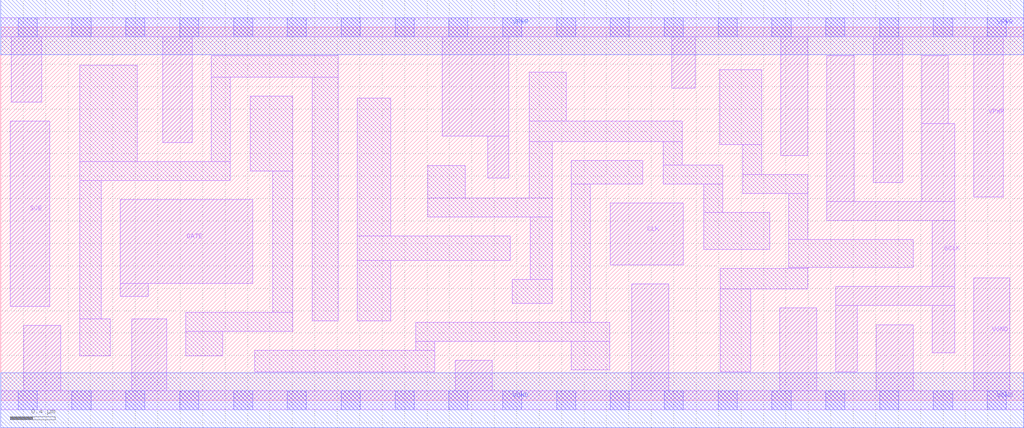
<source format=lef>
# Copyright 2020 The SkyWater PDK Authors
#
# Licensed under the Apache License, Version 2.0 (the "License");
# you may not use this file except in compliance with the License.
# You may obtain a copy of the License at
#
#     https://www.apache.org/licenses/LICENSE-2.0
#
# Unless required by applicable law or agreed to in writing, software
# distributed under the License is distributed on an "AS IS" BASIS,
# WITHOUT WARRANTIES OR CONDITIONS OF ANY KIND, either express or implied.
# See the License for the specific language governing permissions and
# limitations under the License.
#
# SPDX-License-Identifier: Apache-2.0

VERSION 5.7 ;
  NAMESCASESENSITIVE ON ;
  NOWIREEXTENSIONATPIN ON ;
  DIVIDERCHAR "/" ;
  BUSBITCHARS "[]" ;
UNITS
  DATABASE MICRONS 200 ;
END UNITS
MACRO sky130_fd_sc_lp__sdlclkp_4
  CLASS CORE ;
  SOURCE USER ;
  FOREIGN sky130_fd_sc_lp__sdlclkp_4 ;
  ORIGIN  0.000000  0.000000 ;
  SIZE  9.120000 BY  3.330000 ;
  SYMMETRY X Y R90 ;
  SITE unit ;
  PIN GATE
    ANTENNAGATEAREA  0.159000 ;
    DIRECTION INPUT ;
    USE SIGNAL ;
    PORT
      LAYER li1 ;
        RECT 1.065000 0.925000 1.315000 1.045000 ;
        RECT 1.065000 1.045000 2.245000 1.790000 ;
    END
  END GATE
  PIN GCLK
    ANTENNADIFFAREA  1.176000 ;
    DIRECTION OUTPUT ;
    USE SIGNAL ;
    PORT
      LAYER li1 ;
        RECT 7.365000 1.605000 8.505000 1.775000 ;
        RECT 7.365000 1.775000 7.610000 3.075000 ;
        RECT 7.445000 0.255000 7.635000 0.845000 ;
        RECT 7.445000 0.845000 8.505000 1.015000 ;
        RECT 8.210000 1.775000 8.505000 2.470000 ;
        RECT 8.210000 2.470000 8.445000 3.075000 ;
        RECT 8.305000 0.425000 8.505000 0.845000 ;
        RECT 8.305000 1.015000 8.505000 1.605000 ;
    END
  END GCLK
  PIN SCE
    ANTENNAGATEAREA  0.159000 ;
    DIRECTION INPUT ;
    USE SIGNAL ;
    PORT
      LAYER li1 ;
        RECT 0.085000 0.840000 0.435000 2.490000 ;
    END
  END SCE
  PIN CLK
    ANTENNAGATEAREA  0.474000 ;
    DIRECTION INPUT ;
    USE CLOCK ;
    PORT
      LAYER li1 ;
        RECT 5.435000 1.210000 6.085000 1.760000 ;
    END
  END CLK
  PIN VGND
    DIRECTION INOUT ;
    USE GROUND ;
    PORT
      LAYER li1 ;
        RECT 0.000000 -0.085000 9.120000 0.085000 ;
        RECT 0.205000  0.085000 0.535000 0.670000 ;
        RECT 1.170000  0.085000 1.480000 0.725000 ;
        RECT 4.050000  0.085000 4.380000 0.355000 ;
        RECT 5.625000  0.085000 5.955000 1.040000 ;
        RECT 6.945000  0.085000 7.275000 0.825000 ;
        RECT 7.805000  0.085000 8.135000 0.675000 ;
        RECT 8.675000  0.085000 8.995000 1.090000 ;
      LAYER mcon ;
        RECT 0.155000 -0.085000 0.325000 0.085000 ;
        RECT 0.635000 -0.085000 0.805000 0.085000 ;
        RECT 1.115000 -0.085000 1.285000 0.085000 ;
        RECT 1.595000 -0.085000 1.765000 0.085000 ;
        RECT 2.075000 -0.085000 2.245000 0.085000 ;
        RECT 2.555000 -0.085000 2.725000 0.085000 ;
        RECT 3.035000 -0.085000 3.205000 0.085000 ;
        RECT 3.515000 -0.085000 3.685000 0.085000 ;
        RECT 3.995000 -0.085000 4.165000 0.085000 ;
        RECT 4.475000 -0.085000 4.645000 0.085000 ;
        RECT 4.955000 -0.085000 5.125000 0.085000 ;
        RECT 5.435000 -0.085000 5.605000 0.085000 ;
        RECT 5.915000 -0.085000 6.085000 0.085000 ;
        RECT 6.395000 -0.085000 6.565000 0.085000 ;
        RECT 6.875000 -0.085000 7.045000 0.085000 ;
        RECT 7.355000 -0.085000 7.525000 0.085000 ;
        RECT 7.835000 -0.085000 8.005000 0.085000 ;
        RECT 8.315000 -0.085000 8.485000 0.085000 ;
        RECT 8.795000 -0.085000 8.965000 0.085000 ;
      LAYER met1 ;
        RECT 0.000000 -0.245000 9.120000 0.245000 ;
    END
  END VGND
  PIN VPWR
    DIRECTION INOUT ;
    USE POWER ;
    PORT
      LAYER li1 ;
        RECT 0.000000 3.245000 9.120000 3.415000 ;
        RECT 0.095000 2.660000 0.365000 3.245000 ;
        RECT 1.445000 2.300000 1.705000 3.245000 ;
        RECT 3.935000 2.360000 4.530000 3.245000 ;
        RECT 4.340000 1.985000 4.530000 2.360000 ;
        RECT 5.980000 2.785000 6.190000 3.245000 ;
        RECT 6.955000 2.185000 7.195000 3.245000 ;
        RECT 7.780000 1.945000 8.040000 3.245000 ;
        RECT 8.675000 1.815000 8.935000 3.245000 ;
      LAYER mcon ;
        RECT 0.155000 3.245000 0.325000 3.415000 ;
        RECT 0.635000 3.245000 0.805000 3.415000 ;
        RECT 1.115000 3.245000 1.285000 3.415000 ;
        RECT 1.595000 3.245000 1.765000 3.415000 ;
        RECT 2.075000 3.245000 2.245000 3.415000 ;
        RECT 2.555000 3.245000 2.725000 3.415000 ;
        RECT 3.035000 3.245000 3.205000 3.415000 ;
        RECT 3.515000 3.245000 3.685000 3.415000 ;
        RECT 3.995000 3.245000 4.165000 3.415000 ;
        RECT 4.475000 3.245000 4.645000 3.415000 ;
        RECT 4.955000 3.245000 5.125000 3.415000 ;
        RECT 5.435000 3.245000 5.605000 3.415000 ;
        RECT 5.915000 3.245000 6.085000 3.415000 ;
        RECT 6.395000 3.245000 6.565000 3.415000 ;
        RECT 6.875000 3.245000 7.045000 3.415000 ;
        RECT 7.355000 3.245000 7.525000 3.415000 ;
        RECT 7.835000 3.245000 8.005000 3.415000 ;
        RECT 8.315000 3.245000 8.485000 3.415000 ;
        RECT 8.795000 3.245000 8.965000 3.415000 ;
      LAYER met1 ;
        RECT 0.000000 3.085000 9.120000 3.575000 ;
    END
  END VPWR
  OBS
    LAYER li1 ;
      RECT 0.705000 0.395000 0.975000 0.725000 ;
      RECT 0.705000 0.725000 0.895000 1.960000 ;
      RECT 0.705000 1.960000 2.045000 2.130000 ;
      RECT 0.705000 2.130000 1.215000 2.990000 ;
      RECT 1.650000 0.395000 1.980000 0.615000 ;
      RECT 1.650000 0.615000 2.605000 0.785000 ;
      RECT 1.875000 2.130000 2.045000 2.885000 ;
      RECT 1.875000 2.885000 3.010000 3.075000 ;
      RECT 2.225000 2.045000 2.605000 2.715000 ;
      RECT 2.265000 0.255000 3.870000 0.445000 ;
      RECT 2.425000 0.785000 2.605000 2.045000 ;
      RECT 2.775000 0.710000 3.010000 2.885000 ;
      RECT 3.180000 0.710000 3.475000 1.250000 ;
      RECT 3.180000 1.250000 4.540000 1.465000 ;
      RECT 3.180000 1.465000 3.475000 2.695000 ;
      RECT 3.700000 0.445000 3.870000 0.525000 ;
      RECT 3.700000 0.525000 5.430000 0.695000 ;
      RECT 3.805000 1.635000 4.915000 1.805000 ;
      RECT 3.805000 1.805000 4.140000 2.095000 ;
      RECT 4.560000 0.865000 4.915000 1.080000 ;
      RECT 4.710000 1.805000 4.915000 2.310000 ;
      RECT 4.710000 2.310000 6.075000 2.490000 ;
      RECT 4.710000 2.490000 5.040000 2.930000 ;
      RECT 4.720000 1.080000 4.915000 1.635000 ;
      RECT 5.085000 0.270000 5.430000 0.525000 ;
      RECT 5.085000 0.695000 5.255000 1.930000 ;
      RECT 5.085000 1.930000 5.725000 2.140000 ;
      RECT 5.905000 1.930000 6.435000 2.100000 ;
      RECT 5.905000 2.100000 6.075000 2.310000 ;
      RECT 6.265000 1.345000 6.855000 1.675000 ;
      RECT 6.265000 1.675000 6.435000 1.930000 ;
      RECT 6.410000 2.280000 6.785000 2.950000 ;
      RECT 6.415000 0.255000 6.685000 0.995000 ;
      RECT 6.415000 0.995000 7.195000 1.175000 ;
      RECT 6.615000 1.845000 7.195000 2.015000 ;
      RECT 6.615000 2.015000 6.785000 2.280000 ;
      RECT 7.025000 1.175000 7.195000 1.185000 ;
      RECT 7.025000 1.185000 8.135000 1.435000 ;
      RECT 7.025000 1.435000 7.195000 1.845000 ;
  END
END sky130_fd_sc_lp__sdlclkp_4

</source>
